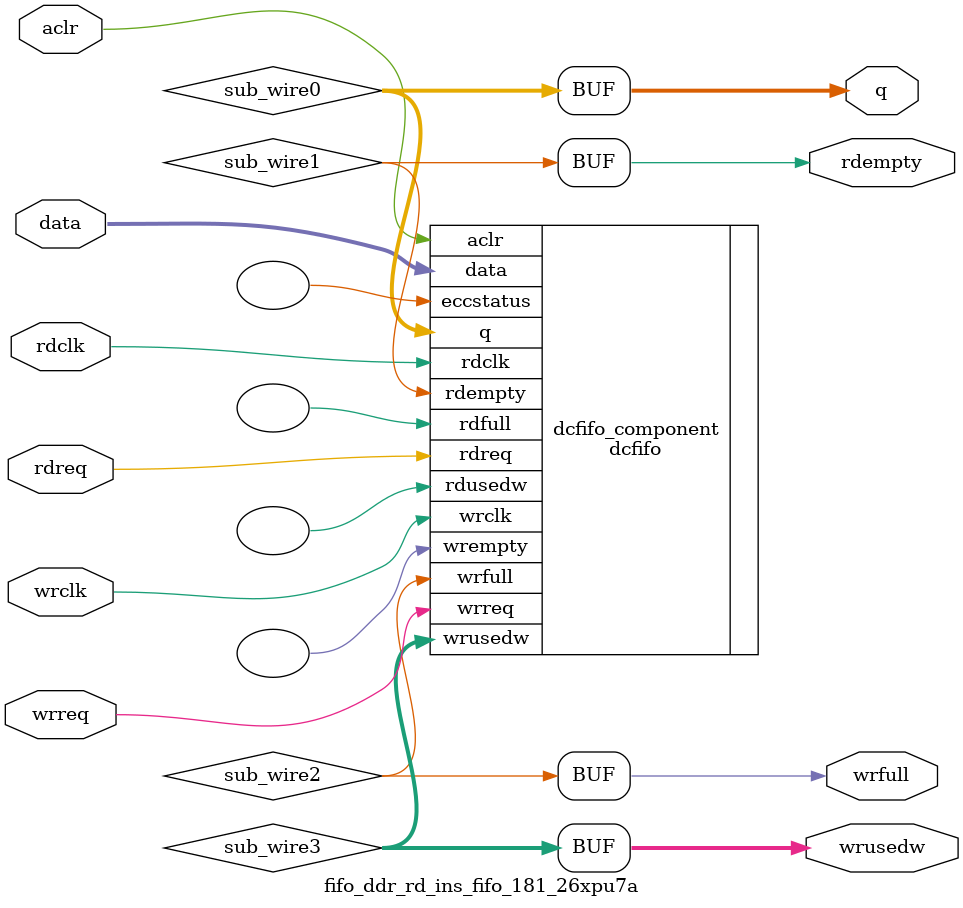
<source format=v>



`timescale 1 ps / 1 ps
// synopsys translate_on
module  fifo_ddr_rd_ins_fifo_181_26xpu7a  (
    aclr,
    data,
    rdclk,
    rdreq,
    wrclk,
    wrreq,
    q,
    rdempty,
    wrfull,
    wrusedw);

    input    aclr;
    input  [32:0]  data;
    input    rdclk;
    input    rdreq;
    input    wrclk;
    input    wrreq;
    output [32:0]  q;
    output   rdempty;
    output   wrfull;
    output [7:0]  wrusedw;
`ifndef ALTERA_RESERVED_QIS
// synopsys translate_off
`endif
    tri0     aclr;
`ifndef ALTERA_RESERVED_QIS
// synopsys translate_on
`endif

    wire [32:0] sub_wire0;
    wire  sub_wire1;
    wire  sub_wire2;
    wire [7:0] sub_wire3;
    wire [32:0] q = sub_wire0[32:0];
    wire  rdempty = sub_wire1;
    wire  wrfull = sub_wire2;
    wire [7:0] wrusedw = sub_wire3[7:0];

    dcfifo  dcfifo_component (
                .aclr (aclr),
                .data (data),
                .rdclk (rdclk),
                .rdreq (rdreq),
                .wrclk (wrclk),
                .wrreq (wrreq),
                .q (sub_wire0),
                .rdempty (sub_wire1),
                .wrfull (sub_wire2),
                .wrusedw (sub_wire3),
                .eccstatus (),
                .rdfull (),
                .rdusedw (),
                .wrempty ());
    defparam
        dcfifo_component.enable_ecc  = "FALSE",
        dcfifo_component.intended_device_family  = "Arria 10",
        dcfifo_component.lpm_hint  = "DISABLE_DCFIFO_EMBEDDED_TIMING_CONSTRAINT=TRUE",
        dcfifo_component.lpm_numwords  = 256,
        dcfifo_component.lpm_showahead  = "ON",
        dcfifo_component.lpm_type  = "dcfifo",
        dcfifo_component.lpm_width  = 33,
        dcfifo_component.lpm_widthu  = 8,
        dcfifo_component.overflow_checking  = "ON",
        dcfifo_component.rdsync_delaypipe  = 4,
        dcfifo_component.read_aclr_synch  = "OFF",
        dcfifo_component.underflow_checking  = "ON",
        dcfifo_component.use_eab  = "ON",
        dcfifo_component.write_aclr_synch  = "OFF",
        dcfifo_component.wrsync_delaypipe  = 4;


endmodule



</source>
